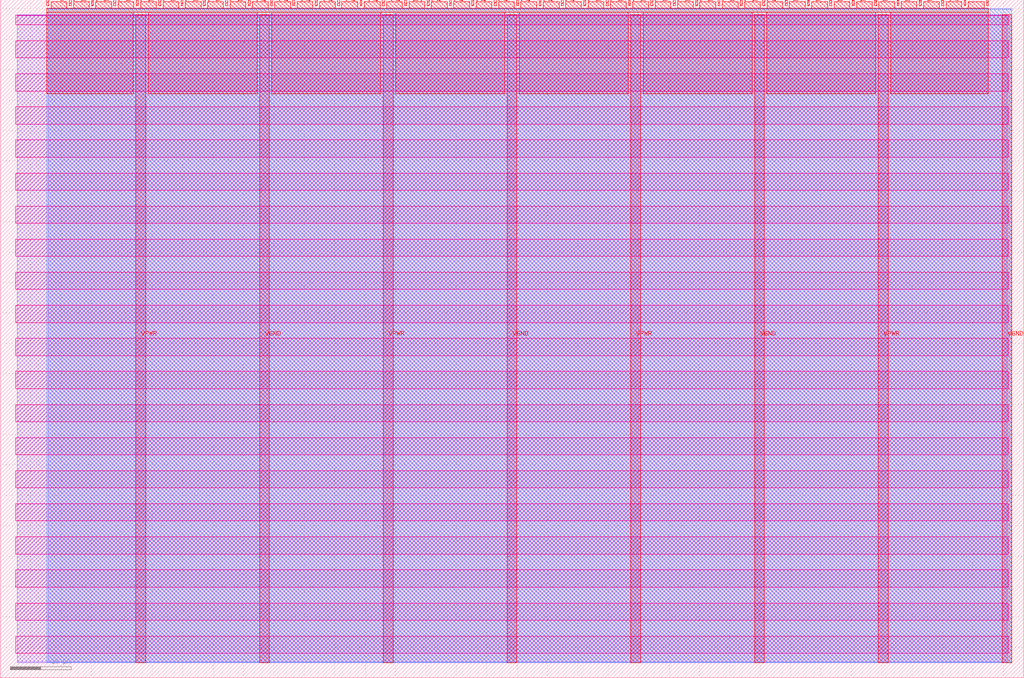
<source format=lef>
VERSION 5.7 ;
  NOWIREEXTENSIONATPIN ON ;
  DIVIDERCHAR "/" ;
  BUSBITCHARS "[]" ;
MACRO tt_um_zeptobars
  CLASS BLOCK ;
  FOREIGN tt_um_zeptobars ;
  ORIGIN 0.000 0.000 ;
  SIZE 168.360 BY 111.520 ;
  PIN VGND
    DIRECTION INOUT ;
    USE GROUND ;
    PORT
      LAYER met4 ;
        RECT 42.670 2.480 44.270 109.040 ;
    END
    PORT
      LAYER met4 ;
        RECT 83.380 2.480 84.980 109.040 ;
    END
    PORT
      LAYER met4 ;
        RECT 124.090 2.480 125.690 109.040 ;
    END
    PORT
      LAYER met4 ;
        RECT 164.800 2.480 166.400 109.040 ;
    END
  END VGND
  PIN VPWR
    DIRECTION INOUT ;
    USE POWER ;
    PORT
      LAYER met4 ;
        RECT 22.315 2.480 23.915 109.040 ;
    END
    PORT
      LAYER met4 ;
        RECT 63.025 2.480 64.625 109.040 ;
    END
    PORT
      LAYER met4 ;
        RECT 103.735 2.480 105.335 109.040 ;
    END
    PORT
      LAYER met4 ;
        RECT 144.445 2.480 146.045 109.040 ;
    END
  END VPWR
  PIN clk
    DIRECTION INPUT ;
    USE SIGNAL ;
    ANTENNAGATEAREA 0.852000 ;
    PORT
      LAYER met4 ;
        RECT 158.550 110.520 158.850 111.520 ;
    END
  END clk
  PIN ena
    DIRECTION INPUT ;
    USE SIGNAL ;
    ANTENNAGATEAREA 0.213000 ;
    PORT
      LAYER met4 ;
        RECT 162.230 110.520 162.530 111.520 ;
    END
  END ena
  PIN rst_n
    DIRECTION INPUT ;
    USE SIGNAL ;
    ANTENNAGATEAREA 0.213000 ;
    PORT
      LAYER met4 ;
        RECT 154.870 110.520 155.170 111.520 ;
    END
  END rst_n
  PIN ui_in[0]
    DIRECTION INPUT ;
    USE SIGNAL ;
    PORT
      LAYER met4 ;
        RECT 151.190 110.520 151.490 111.520 ;
    END
  END ui_in[0]
  PIN ui_in[1]
    DIRECTION INPUT ;
    USE SIGNAL ;
    PORT
      LAYER met4 ;
        RECT 147.510 110.520 147.810 111.520 ;
    END
  END ui_in[1]
  PIN ui_in[2]
    DIRECTION INPUT ;
    USE SIGNAL ;
    ANTENNAGATEAREA 0.196500 ;
    PORT
      LAYER met4 ;
        RECT 143.830 110.520 144.130 111.520 ;
    END
  END ui_in[2]
  PIN ui_in[3]
    DIRECTION INPUT ;
    USE SIGNAL ;
    ANTENNAGATEAREA 0.196500 ;
    PORT
      LAYER met4 ;
        RECT 140.150 110.520 140.450 111.520 ;
    END
  END ui_in[3]
  PIN ui_in[4]
    DIRECTION INPUT ;
    USE SIGNAL ;
    ANTENNAGATEAREA 0.213000 ;
    PORT
      LAYER met4 ;
        RECT 136.470 110.520 136.770 111.520 ;
    END
  END ui_in[4]
  PIN ui_in[5]
    DIRECTION INPUT ;
    USE SIGNAL ;
    ANTENNAGATEAREA 0.213000 ;
    PORT
      LAYER met4 ;
        RECT 132.790 110.520 133.090 111.520 ;
    END
  END ui_in[5]
  PIN ui_in[6]
    DIRECTION INPUT ;
    USE SIGNAL ;
    ANTENNAGATEAREA 0.213000 ;
    PORT
      LAYER met4 ;
        RECT 129.110 110.520 129.410 111.520 ;
    END
  END ui_in[6]
  PIN ui_in[7]
    DIRECTION INPUT ;
    USE SIGNAL ;
    PORT
      LAYER met4 ;
        RECT 125.430 110.520 125.730 111.520 ;
    END
  END ui_in[7]
  PIN uio_in[0]
    DIRECTION INPUT ;
    USE SIGNAL ;
    PORT
      LAYER met4 ;
        RECT 121.750 110.520 122.050 111.520 ;
    END
  END uio_in[0]
  PIN uio_in[1]
    DIRECTION INPUT ;
    USE SIGNAL ;
    PORT
      LAYER met4 ;
        RECT 118.070 110.520 118.370 111.520 ;
    END
  END uio_in[1]
  PIN uio_in[2]
    DIRECTION INPUT ;
    USE SIGNAL ;
    PORT
      LAYER met4 ;
        RECT 114.390 110.520 114.690 111.520 ;
    END
  END uio_in[2]
  PIN uio_in[3]
    DIRECTION INPUT ;
    USE SIGNAL ;
    PORT
      LAYER met4 ;
        RECT 110.710 110.520 111.010 111.520 ;
    END
  END uio_in[3]
  PIN uio_in[4]
    DIRECTION INPUT ;
    USE SIGNAL ;
    PORT
      LAYER met4 ;
        RECT 107.030 110.520 107.330 111.520 ;
    END
  END uio_in[4]
  PIN uio_in[5]
    DIRECTION INPUT ;
    USE SIGNAL ;
    PORT
      LAYER met4 ;
        RECT 103.350 110.520 103.650 111.520 ;
    END
  END uio_in[5]
  PIN uio_in[6]
    DIRECTION INPUT ;
    USE SIGNAL ;
    PORT
      LAYER met4 ;
        RECT 99.670 110.520 99.970 111.520 ;
    END
  END uio_in[6]
  PIN uio_in[7]
    DIRECTION INPUT ;
    USE SIGNAL ;
    PORT
      LAYER met4 ;
        RECT 95.990 110.520 96.290 111.520 ;
    END
  END uio_in[7]
  PIN uio_oe[0]
    DIRECTION OUTPUT TRISTATE ;
    USE SIGNAL ;
    PORT
      LAYER met4 ;
        RECT 33.430 110.520 33.730 111.520 ;
    END
  END uio_oe[0]
  PIN uio_oe[1]
    DIRECTION OUTPUT TRISTATE ;
    USE SIGNAL ;
    PORT
      LAYER met4 ;
        RECT 29.750 110.520 30.050 111.520 ;
    END
  END uio_oe[1]
  PIN uio_oe[2]
    DIRECTION OUTPUT TRISTATE ;
    USE SIGNAL ;
    PORT
      LAYER met4 ;
        RECT 26.070 110.520 26.370 111.520 ;
    END
  END uio_oe[2]
  PIN uio_oe[3]
    DIRECTION OUTPUT TRISTATE ;
    USE SIGNAL ;
    PORT
      LAYER met4 ;
        RECT 22.390 110.520 22.690 111.520 ;
    END
  END uio_oe[3]
  PIN uio_oe[4]
    DIRECTION OUTPUT TRISTATE ;
    USE SIGNAL ;
    PORT
      LAYER met4 ;
        RECT 18.710 110.520 19.010 111.520 ;
    END
  END uio_oe[4]
  PIN uio_oe[5]
    DIRECTION OUTPUT TRISTATE ;
    USE SIGNAL ;
    PORT
      LAYER met4 ;
        RECT 15.030 110.520 15.330 111.520 ;
    END
  END uio_oe[5]
  PIN uio_oe[6]
    DIRECTION OUTPUT TRISTATE ;
    USE SIGNAL ;
    PORT
      LAYER met4 ;
        RECT 11.350 110.520 11.650 111.520 ;
    END
  END uio_oe[6]
  PIN uio_oe[7]
    DIRECTION OUTPUT TRISTATE ;
    USE SIGNAL ;
    PORT
      LAYER met4 ;
        RECT 7.670 110.520 7.970 111.520 ;
    END
  END uio_oe[7]
  PIN uio_out[0]
    DIRECTION OUTPUT TRISTATE ;
    USE SIGNAL ;
    PORT
      LAYER met4 ;
        RECT 62.870 110.520 63.170 111.520 ;
    END
  END uio_out[0]
  PIN uio_out[1]
    DIRECTION OUTPUT TRISTATE ;
    USE SIGNAL ;
    PORT
      LAYER met4 ;
        RECT 59.190 110.520 59.490 111.520 ;
    END
  END uio_out[1]
  PIN uio_out[2]
    DIRECTION OUTPUT TRISTATE ;
    USE SIGNAL ;
    PORT
      LAYER met4 ;
        RECT 55.510 110.520 55.810 111.520 ;
    END
  END uio_out[2]
  PIN uio_out[3]
    DIRECTION OUTPUT TRISTATE ;
    USE SIGNAL ;
    PORT
      LAYER met4 ;
        RECT 51.830 110.520 52.130 111.520 ;
    END
  END uio_out[3]
  PIN uio_out[4]
    DIRECTION OUTPUT TRISTATE ;
    USE SIGNAL ;
    PORT
      LAYER met4 ;
        RECT 48.150 110.520 48.450 111.520 ;
    END
  END uio_out[4]
  PIN uio_out[5]
    DIRECTION OUTPUT TRISTATE ;
    USE SIGNAL ;
    PORT
      LAYER met4 ;
        RECT 44.470 110.520 44.770 111.520 ;
    END
  END uio_out[5]
  PIN uio_out[6]
    DIRECTION OUTPUT TRISTATE ;
    USE SIGNAL ;
    PORT
      LAYER met4 ;
        RECT 40.790 110.520 41.090 111.520 ;
    END
  END uio_out[6]
  PIN uio_out[7]
    DIRECTION OUTPUT TRISTATE ;
    USE SIGNAL ;
    PORT
      LAYER met4 ;
        RECT 37.110 110.520 37.410 111.520 ;
    END
  END uio_out[7]
  PIN uo_out[0]
    DIRECTION OUTPUT TRISTATE ;
    USE SIGNAL ;
    ANTENNADIFFAREA 0.445500 ;
    PORT
      LAYER met4 ;
        RECT 92.310 110.520 92.610 111.520 ;
    END
  END uo_out[0]
  PIN uo_out[1]
    DIRECTION OUTPUT TRISTATE ;
    USE SIGNAL ;
    ANTENNADIFFAREA 0.795200 ;
    PORT
      LAYER met4 ;
        RECT 88.630 110.520 88.930 111.520 ;
    END
  END uo_out[1]
  PIN uo_out[2]
    DIRECTION OUTPUT TRISTATE ;
    USE SIGNAL ;
    ANTENNADIFFAREA 0.445500 ;
    PORT
      LAYER met4 ;
        RECT 84.950 110.520 85.250 111.520 ;
    END
  END uo_out[2]
  PIN uo_out[3]
    DIRECTION OUTPUT TRISTATE ;
    USE SIGNAL ;
    ANTENNADIFFAREA 0.795200 ;
    PORT
      LAYER met4 ;
        RECT 81.270 110.520 81.570 111.520 ;
    END
  END uo_out[3]
  PIN uo_out[4]
    DIRECTION OUTPUT TRISTATE ;
    USE SIGNAL ;
    ANTENNADIFFAREA 0.795200 ;
    PORT
      LAYER met4 ;
        RECT 77.590 110.520 77.890 111.520 ;
    END
  END uo_out[4]
  PIN uo_out[5]
    DIRECTION OUTPUT TRISTATE ;
    USE SIGNAL ;
    ANTENNADIFFAREA 0.795200 ;
    PORT
      LAYER met4 ;
        RECT 73.910 110.520 74.210 111.520 ;
    END
  END uo_out[5]
  PIN uo_out[6]
    DIRECTION OUTPUT TRISTATE ;
    USE SIGNAL ;
    ANTENNADIFFAREA 0.795200 ;
    PORT
      LAYER met4 ;
        RECT 70.230 110.520 70.530 111.520 ;
    END
  END uo_out[6]
  PIN uo_out[7]
    DIRECTION OUTPUT TRISTATE ;
    USE SIGNAL ;
    ANTENNADIFFAREA 0.795200 ;
    PORT
      LAYER met4 ;
        RECT 66.550 110.520 66.850 111.520 ;
    END
  END uo_out[7]
  OBS
      LAYER nwell ;
        RECT 2.570 107.385 165.790 108.990 ;
        RECT 2.570 101.945 165.790 104.775 ;
        RECT 2.570 96.505 165.790 99.335 ;
        RECT 2.570 91.065 165.790 93.895 ;
        RECT 2.570 85.625 165.790 88.455 ;
        RECT 2.570 80.185 165.790 83.015 ;
        RECT 2.570 74.745 165.790 77.575 ;
        RECT 2.570 69.305 165.790 72.135 ;
        RECT 2.570 63.865 165.790 66.695 ;
        RECT 2.570 58.425 165.790 61.255 ;
        RECT 2.570 52.985 165.790 55.815 ;
        RECT 2.570 47.545 165.790 50.375 ;
        RECT 2.570 42.105 165.790 44.935 ;
        RECT 2.570 36.665 165.790 39.495 ;
        RECT 2.570 31.225 165.790 34.055 ;
        RECT 2.570 25.785 165.790 28.615 ;
        RECT 2.570 20.345 165.790 23.175 ;
        RECT 2.570 14.905 165.790 17.735 ;
        RECT 2.570 9.465 165.790 12.295 ;
        RECT 2.570 4.025 165.790 6.855 ;
      LAYER li1 ;
        RECT 2.760 2.635 165.600 108.885 ;
      LAYER met1 ;
        RECT 2.760 2.480 166.400 109.040 ;
      LAYER met2 ;
        RECT 7.910 2.535 166.370 110.005 ;
      LAYER met3 ;
        RECT 7.630 2.555 166.390 109.985 ;
      LAYER met4 ;
        RECT 8.370 110.120 10.950 111.170 ;
        RECT 12.050 110.120 14.630 111.170 ;
        RECT 15.730 110.120 18.310 111.170 ;
        RECT 19.410 110.120 21.990 111.170 ;
        RECT 23.090 110.120 25.670 111.170 ;
        RECT 26.770 110.120 29.350 111.170 ;
        RECT 30.450 110.120 33.030 111.170 ;
        RECT 34.130 110.120 36.710 111.170 ;
        RECT 37.810 110.120 40.390 111.170 ;
        RECT 41.490 110.120 44.070 111.170 ;
        RECT 45.170 110.120 47.750 111.170 ;
        RECT 48.850 110.120 51.430 111.170 ;
        RECT 52.530 110.120 55.110 111.170 ;
        RECT 56.210 110.120 58.790 111.170 ;
        RECT 59.890 110.120 62.470 111.170 ;
        RECT 63.570 110.120 66.150 111.170 ;
        RECT 67.250 110.120 69.830 111.170 ;
        RECT 70.930 110.120 73.510 111.170 ;
        RECT 74.610 110.120 77.190 111.170 ;
        RECT 78.290 110.120 80.870 111.170 ;
        RECT 81.970 110.120 84.550 111.170 ;
        RECT 85.650 110.120 88.230 111.170 ;
        RECT 89.330 110.120 91.910 111.170 ;
        RECT 93.010 110.120 95.590 111.170 ;
        RECT 96.690 110.120 99.270 111.170 ;
        RECT 100.370 110.120 102.950 111.170 ;
        RECT 104.050 110.120 106.630 111.170 ;
        RECT 107.730 110.120 110.310 111.170 ;
        RECT 111.410 110.120 113.990 111.170 ;
        RECT 115.090 110.120 117.670 111.170 ;
        RECT 118.770 110.120 121.350 111.170 ;
        RECT 122.450 110.120 125.030 111.170 ;
        RECT 126.130 110.120 128.710 111.170 ;
        RECT 129.810 110.120 132.390 111.170 ;
        RECT 133.490 110.120 136.070 111.170 ;
        RECT 137.170 110.120 139.750 111.170 ;
        RECT 140.850 110.120 143.430 111.170 ;
        RECT 144.530 110.120 147.110 111.170 ;
        RECT 148.210 110.120 150.790 111.170 ;
        RECT 151.890 110.120 154.470 111.170 ;
        RECT 155.570 110.120 158.150 111.170 ;
        RECT 159.250 110.120 161.830 111.170 ;
        RECT 7.655 109.440 162.545 110.120 ;
        RECT 7.655 96.055 21.915 109.440 ;
        RECT 24.315 96.055 42.270 109.440 ;
        RECT 44.670 96.055 62.625 109.440 ;
        RECT 65.025 96.055 82.980 109.440 ;
        RECT 85.380 96.055 103.335 109.440 ;
        RECT 105.735 96.055 123.690 109.440 ;
        RECT 126.090 96.055 144.045 109.440 ;
        RECT 146.445 96.055 162.545 109.440 ;
  END
END tt_um_zeptobars
END LIBRARY


</source>
